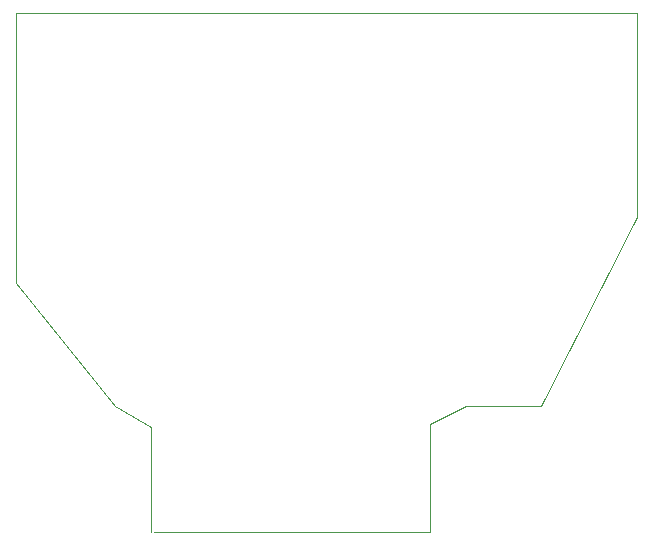
<source format=gbr>
%TF.GenerationSoftware,KiCad,Pcbnew,(6.0.10)*%
%TF.CreationDate,2023-04-06T15:57:07+02:00*%
%TF.ProjectId,616_buffer,3631365f-6275-4666-9665-722e6b696361,rev?*%
%TF.SameCoordinates,Original*%
%TF.FileFunction,Profile,NP*%
%FSLAX46Y46*%
G04 Gerber Fmt 4.6, Leading zero omitted, Abs format (unit mm)*
G04 Created by KiCad (PCBNEW (6.0.10)) date 2023-04-06 15:57:07*
%MOMM*%
%LPD*%
G01*
G04 APERTURE LIST*
%TA.AperFunction,Profile*%
%ADD10C,0.100000*%
%TD*%
G04 APERTURE END LIST*
D10*
X144018000Y-139954000D02*
X147066000Y-138430000D01*
X108966000Y-128016000D02*
X117348000Y-138430000D01*
X147066000Y-138430000D02*
X153416000Y-138430000D01*
X144018000Y-149098000D02*
X144018000Y-139954000D01*
X153416000Y-138430000D02*
X161544000Y-122428000D01*
X117348000Y-138430000D02*
X120396000Y-140208000D01*
X161544000Y-105156000D02*
X108966000Y-105156000D01*
X161544000Y-122428000D02*
X161544000Y-105156000D01*
X120650000Y-149098000D02*
X144018000Y-149098000D01*
X108966000Y-105156000D02*
X108966000Y-128016000D01*
X120396000Y-140208000D02*
X120396000Y-149098000D01*
M02*

</source>
